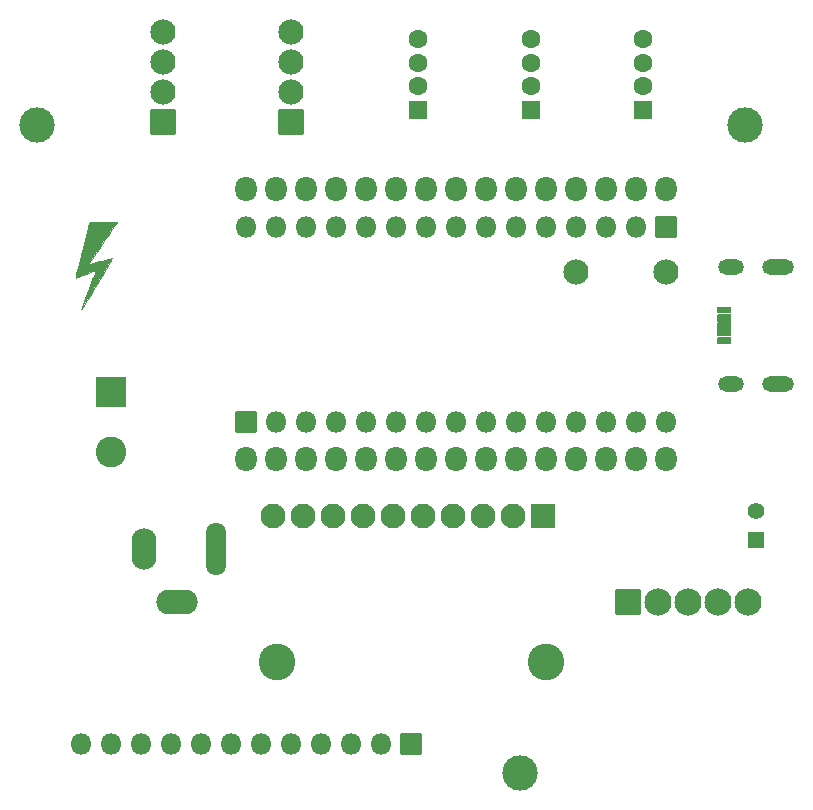
<source format=gbr>
G04 #@! TF.GenerationSoftware,KiCad,Pcbnew,(6.0.6)*
G04 #@! TF.CreationDate,2023-09-07T11:34:38+01:00*
G04 #@! TF.ProjectId,AirQualityPCB,41697251-7561-46c6-9974-795043422e6b,rev?*
G04 #@! TF.SameCoordinates,Original*
G04 #@! TF.FileFunction,Soldermask,Top*
G04 #@! TF.FilePolarity,Negative*
%FSLAX46Y46*%
G04 Gerber Fmt 4.6, Leading zero omitted, Abs format (unit mm)*
G04 Created by KiCad (PCBNEW (6.0.6)) date 2023-09-07 11:34:38*
%MOMM*%
%LPD*%
G01*
G04 APERTURE LIST*
G04 Aperture macros list*
%AMRoundRect*
0 Rectangle with rounded corners*
0 $1 Rounding radius*
0 $2 $3 $4 $5 $6 $7 $8 $9 X,Y pos of 4 corners*
0 Add a 4 corners polygon primitive as box body*
4,1,4,$2,$3,$4,$5,$6,$7,$8,$9,$2,$3,0*
0 Add four circle primitives for the rounded corners*
1,1,$1+$1,$2,$3*
1,1,$1+$1,$4,$5*
1,1,$1+$1,$6,$7*
1,1,$1+$1,$8,$9*
0 Add four rect primitives between the rounded corners*
20,1,$1+$1,$2,$3,$4,$5,0*
20,1,$1+$1,$4,$5,$6,$7,0*
20,1,$1+$1,$6,$7,$8,$9,0*
20,1,$1+$1,$8,$9,$2,$3,0*%
G04 Aperture macros list end*
%ADD10C,0.010000*%
%ADD11O,2.100980X3.503060*%
%ADD12O,1.702200X4.501280*%
%ADD13O,3.503060X2.100980*%
%ADD14RoundRect,0.051000X-1.249680X1.249680X-1.249680X-1.249680X1.249680X-1.249680X1.249680X1.249680X0*%
%ADD15C,2.601360*%
%ADD16RoundRect,0.051000X0.550000X0.225000X-0.550000X0.225000X-0.550000X-0.225000X0.550000X-0.225000X0*%
%ADD17O,2.702000X1.302000*%
%ADD18O,2.202000X1.302000*%
%ADD19C,2.134000*%
%ADD20O,1.829200X2.134000*%
%ADD21C,3.102000*%
%ADD22RoundRect,0.051000X0.999490X0.999490X-0.999490X0.999490X-0.999490X-0.999490X0.999490X-0.999490X0*%
%ADD23C,2.100980*%
%ADD24RoundRect,0.051000X0.850000X-0.850000X0.850000X0.850000X-0.850000X0.850000X-0.850000X-0.850000X0*%
%ADD25O,1.802000X1.802000*%
%ADD26RoundRect,0.051000X-0.850000X0.850000X-0.850000X-0.850000X0.850000X-0.850000X0.850000X0.850000X0*%
%ADD27RoundRect,0.051000X1.016000X-1.016000X1.016000X1.016000X-1.016000X1.016000X-1.016000X-1.016000X0*%
%ADD28RoundRect,0.051000X0.750000X-0.750000X0.750000X0.750000X-0.750000X0.750000X-0.750000X-0.750000X0*%
%ADD29C,1.602000*%
%ADD30RoundRect,0.051000X-1.050290X-1.050290X1.050290X-1.050290X1.050290X1.050290X-1.050290X1.050290X0*%
%ADD31C,2.301640*%
%ADD32RoundRect,0.051000X0.650000X-0.650000X0.650000X0.650000X-0.650000X0.650000X-0.650000X-0.650000X0*%
%ADD33C,1.402000*%
%ADD34C,3.002000*%
G04 APERTURE END LIST*
G36*
X116255696Y-78951674D02*
G01*
X116557327Y-78952708D01*
X116828369Y-78955328D01*
X117058006Y-78959298D01*
X117235422Y-78964384D01*
X117349803Y-78970349D01*
X117390333Y-78976959D01*
X117387586Y-78982600D01*
X117348779Y-79043291D01*
X117267633Y-79164638D01*
X117148659Y-79340048D01*
X116996371Y-79562927D01*
X116815280Y-79826684D01*
X116609901Y-80124726D01*
X116384744Y-80450460D01*
X116144324Y-80797293D01*
X116058752Y-80920610D01*
X115823853Y-81259551D01*
X115606144Y-81574304D01*
X115410078Y-81858394D01*
X115240105Y-82105349D01*
X115100676Y-82308694D01*
X114996241Y-82461956D01*
X114931253Y-82558660D01*
X114910162Y-82592334D01*
X114932745Y-82586681D01*
X115026417Y-82561325D01*
X115182304Y-82518437D01*
X115389148Y-82461128D01*
X115635692Y-82392512D01*
X115910678Y-82315701D01*
X116105078Y-82261827D01*
X116366170Y-82191211D01*
X116593296Y-82131819D01*
X116774596Y-82086665D01*
X116898211Y-82058760D01*
X116952280Y-82051118D01*
X116950275Y-82061321D01*
X116915346Y-82132052D01*
X116843192Y-82263655D01*
X116738313Y-82448574D01*
X116605207Y-82679248D01*
X116448375Y-82948118D01*
X116272316Y-83247626D01*
X116081529Y-83570212D01*
X115880514Y-83908317D01*
X115673770Y-84254382D01*
X115465798Y-84600848D01*
X115261096Y-84940156D01*
X115064164Y-85264746D01*
X114879502Y-85567059D01*
X114711609Y-85839538D01*
X114564985Y-86074621D01*
X114444129Y-86264750D01*
X114397912Y-86328702D01*
X114363589Y-86360000D01*
X114362731Y-86359838D01*
X114361416Y-86346671D01*
X114370897Y-86308186D01*
X114393385Y-86238428D01*
X114431089Y-86131441D01*
X114486219Y-85981273D01*
X114560986Y-85781967D01*
X114657600Y-85527570D01*
X114778271Y-85212128D01*
X114925208Y-84829684D01*
X115100623Y-84374285D01*
X115190950Y-84139345D01*
X115304481Y-83842097D01*
X115404586Y-83577748D01*
X115487823Y-83355505D01*
X115550752Y-83184574D01*
X115589929Y-83074160D01*
X115601914Y-83033469D01*
X115600872Y-83033269D01*
X115551394Y-83048926D01*
X115437390Y-83091965D01*
X115270928Y-83157634D01*
X115064077Y-83241182D01*
X114828906Y-83337855D01*
X114783325Y-83356737D01*
X114493295Y-83476350D01*
X114271499Y-83566089D01*
X114109328Y-83628587D01*
X113998170Y-83666479D01*
X113929416Y-83682400D01*
X113894455Y-83678985D01*
X113884678Y-83658867D01*
X113891473Y-83624681D01*
X113894347Y-83614319D01*
X113915632Y-83532159D01*
X113954650Y-83378624D01*
X114009390Y-83161722D01*
X114077839Y-82889461D01*
X114157987Y-82569850D01*
X114247822Y-82210897D01*
X114345332Y-81820611D01*
X114448506Y-81407000D01*
X114481401Y-81275044D01*
X114583963Y-80863855D01*
X114680779Y-80476047D01*
X114769747Y-80120017D01*
X114848766Y-79804161D01*
X114915734Y-79536877D01*
X114968549Y-79326560D01*
X115005110Y-79181608D01*
X115023315Y-79110417D01*
X115065263Y-78951667D01*
X116227798Y-78951667D01*
X116255696Y-78951674D01*
G37*
D10*
X116255696Y-78951674D02*
X116557327Y-78952708D01*
X116828369Y-78955328D01*
X117058006Y-78959298D01*
X117235422Y-78964384D01*
X117349803Y-78970349D01*
X117390333Y-78976959D01*
X117387586Y-78982600D01*
X117348779Y-79043291D01*
X117267633Y-79164638D01*
X117148659Y-79340048D01*
X116996371Y-79562927D01*
X116815280Y-79826684D01*
X116609901Y-80124726D01*
X116384744Y-80450460D01*
X116144324Y-80797293D01*
X116058752Y-80920610D01*
X115823853Y-81259551D01*
X115606144Y-81574304D01*
X115410078Y-81858394D01*
X115240105Y-82105349D01*
X115100676Y-82308694D01*
X114996241Y-82461956D01*
X114931253Y-82558660D01*
X114910162Y-82592334D01*
X114932745Y-82586681D01*
X115026417Y-82561325D01*
X115182304Y-82518437D01*
X115389148Y-82461128D01*
X115635692Y-82392512D01*
X115910678Y-82315701D01*
X116105078Y-82261827D01*
X116366170Y-82191211D01*
X116593296Y-82131819D01*
X116774596Y-82086665D01*
X116898211Y-82058760D01*
X116952280Y-82051118D01*
X116950275Y-82061321D01*
X116915346Y-82132052D01*
X116843192Y-82263655D01*
X116738313Y-82448574D01*
X116605207Y-82679248D01*
X116448375Y-82948118D01*
X116272316Y-83247626D01*
X116081529Y-83570212D01*
X115880514Y-83908317D01*
X115673770Y-84254382D01*
X115465798Y-84600848D01*
X115261096Y-84940156D01*
X115064164Y-85264746D01*
X114879502Y-85567059D01*
X114711609Y-85839538D01*
X114564985Y-86074621D01*
X114444129Y-86264750D01*
X114397912Y-86328702D01*
X114363589Y-86360000D01*
X114362731Y-86359838D01*
X114361416Y-86346671D01*
X114370897Y-86308186D01*
X114393385Y-86238428D01*
X114431089Y-86131441D01*
X114486219Y-85981273D01*
X114560986Y-85781967D01*
X114657600Y-85527570D01*
X114778271Y-85212128D01*
X114925208Y-84829684D01*
X115100623Y-84374285D01*
X115190950Y-84139345D01*
X115304481Y-83842097D01*
X115404586Y-83577748D01*
X115487823Y-83355505D01*
X115550752Y-83184574D01*
X115589929Y-83074160D01*
X115601914Y-83033469D01*
X115600872Y-83033269D01*
X115551394Y-83048926D01*
X115437390Y-83091965D01*
X115270928Y-83157634D01*
X115064077Y-83241182D01*
X114828906Y-83337855D01*
X114783325Y-83356737D01*
X114493295Y-83476350D01*
X114271499Y-83566089D01*
X114109328Y-83628587D01*
X113998170Y-83666479D01*
X113929416Y-83682400D01*
X113894455Y-83678985D01*
X113884678Y-83658867D01*
X113891473Y-83624681D01*
X113894347Y-83614319D01*
X113915632Y-83532159D01*
X113954650Y-83378624D01*
X114009390Y-83161722D01*
X114077839Y-82889461D01*
X114157987Y-82569850D01*
X114247822Y-82210897D01*
X114345332Y-81820611D01*
X114448506Y-81407000D01*
X114481401Y-81275044D01*
X114583963Y-80863855D01*
X114680779Y-80476047D01*
X114769747Y-80120017D01*
X114848766Y-79804161D01*
X114915734Y-79536877D01*
X114968549Y-79326560D01*
X115005110Y-79181608D01*
X115023315Y-79110417D01*
X115065263Y-78951667D01*
X116227798Y-78951667D01*
X116255696Y-78951674D01*
G36*
X116255696Y-78951674D02*
G01*
X116557327Y-78952708D01*
X116828369Y-78955328D01*
X117058006Y-78959298D01*
X117235422Y-78964384D01*
X117349803Y-78970349D01*
X117390333Y-78976959D01*
X117387586Y-78982600D01*
X117348779Y-79043291D01*
X117267633Y-79164638D01*
X117148659Y-79340048D01*
X116996371Y-79562927D01*
X116815280Y-79826684D01*
X116609901Y-80124726D01*
X116384744Y-80450460D01*
X116144324Y-80797293D01*
X116058752Y-80920610D01*
X115823853Y-81259551D01*
X115606144Y-81574304D01*
X115410078Y-81858394D01*
X115240105Y-82105349D01*
X115100676Y-82308694D01*
X114996241Y-82461956D01*
X114931253Y-82558660D01*
X114910162Y-82592334D01*
X114932745Y-82586681D01*
X115026417Y-82561325D01*
X115182304Y-82518437D01*
X115389148Y-82461128D01*
X115635692Y-82392512D01*
X115910678Y-82315701D01*
X116105078Y-82261827D01*
X116366170Y-82191211D01*
X116593296Y-82131819D01*
X116774596Y-82086665D01*
X116898211Y-82058760D01*
X116952280Y-82051118D01*
X116950275Y-82061321D01*
X116915346Y-82132052D01*
X116843192Y-82263655D01*
X116738313Y-82448574D01*
X116605207Y-82679248D01*
X116448375Y-82948118D01*
X116272316Y-83247626D01*
X116081529Y-83570212D01*
X115880514Y-83908317D01*
X115673770Y-84254382D01*
X115465798Y-84600848D01*
X115261096Y-84940156D01*
X115064164Y-85264746D01*
X114879502Y-85567059D01*
X114711609Y-85839538D01*
X114564985Y-86074621D01*
X114444129Y-86264750D01*
X114397912Y-86328702D01*
X114363589Y-86360000D01*
X114362731Y-86359838D01*
X114361416Y-86346671D01*
X114370897Y-86308186D01*
X114393385Y-86238428D01*
X114431089Y-86131441D01*
X114486219Y-85981273D01*
X114560986Y-85781967D01*
X114657600Y-85527570D01*
X114778271Y-85212128D01*
X114925208Y-84829684D01*
X115100623Y-84374285D01*
X115190950Y-84139345D01*
X115304481Y-83842097D01*
X115404586Y-83577748D01*
X115487823Y-83355505D01*
X115550752Y-83184574D01*
X115589929Y-83074160D01*
X115601914Y-83033469D01*
X115600872Y-83033269D01*
X115551394Y-83048926D01*
X115437390Y-83091965D01*
X115270928Y-83157634D01*
X115064077Y-83241182D01*
X114828906Y-83337855D01*
X114783325Y-83356737D01*
X114493295Y-83476350D01*
X114271499Y-83566089D01*
X114109328Y-83628587D01*
X113998170Y-83666479D01*
X113929416Y-83682400D01*
X113894455Y-83678985D01*
X113884678Y-83658867D01*
X113891473Y-83624681D01*
X113894347Y-83614319D01*
X113915632Y-83532159D01*
X113954650Y-83378624D01*
X114009390Y-83161722D01*
X114077839Y-82889461D01*
X114157987Y-82569850D01*
X114247822Y-82210897D01*
X114345332Y-81820611D01*
X114448506Y-81407000D01*
X114481401Y-81275044D01*
X114583963Y-80863855D01*
X114680779Y-80476047D01*
X114769747Y-80120017D01*
X114848766Y-79804161D01*
X114915734Y-79536877D01*
X114968549Y-79326560D01*
X115005110Y-79181608D01*
X115023315Y-79110417D01*
X115065263Y-78951667D01*
X116227798Y-78951667D01*
X116255696Y-78951674D01*
G37*
X116255696Y-78951674D02*
X116557327Y-78952708D01*
X116828369Y-78955328D01*
X117058006Y-78959298D01*
X117235422Y-78964384D01*
X117349803Y-78970349D01*
X117390333Y-78976959D01*
X117387586Y-78982600D01*
X117348779Y-79043291D01*
X117267633Y-79164638D01*
X117148659Y-79340048D01*
X116996371Y-79562927D01*
X116815280Y-79826684D01*
X116609901Y-80124726D01*
X116384744Y-80450460D01*
X116144324Y-80797293D01*
X116058752Y-80920610D01*
X115823853Y-81259551D01*
X115606144Y-81574304D01*
X115410078Y-81858394D01*
X115240105Y-82105349D01*
X115100676Y-82308694D01*
X114996241Y-82461956D01*
X114931253Y-82558660D01*
X114910162Y-82592334D01*
X114932745Y-82586681D01*
X115026417Y-82561325D01*
X115182304Y-82518437D01*
X115389148Y-82461128D01*
X115635692Y-82392512D01*
X115910678Y-82315701D01*
X116105078Y-82261827D01*
X116366170Y-82191211D01*
X116593296Y-82131819D01*
X116774596Y-82086665D01*
X116898211Y-82058760D01*
X116952280Y-82051118D01*
X116950275Y-82061321D01*
X116915346Y-82132052D01*
X116843192Y-82263655D01*
X116738313Y-82448574D01*
X116605207Y-82679248D01*
X116448375Y-82948118D01*
X116272316Y-83247626D01*
X116081529Y-83570212D01*
X115880514Y-83908317D01*
X115673770Y-84254382D01*
X115465798Y-84600848D01*
X115261096Y-84940156D01*
X115064164Y-85264746D01*
X114879502Y-85567059D01*
X114711609Y-85839538D01*
X114564985Y-86074621D01*
X114444129Y-86264750D01*
X114397912Y-86328702D01*
X114363589Y-86360000D01*
X114362731Y-86359838D01*
X114361416Y-86346671D01*
X114370897Y-86308186D01*
X114393385Y-86238428D01*
X114431089Y-86131441D01*
X114486219Y-85981273D01*
X114560986Y-85781967D01*
X114657600Y-85527570D01*
X114778271Y-85212128D01*
X114925208Y-84829684D01*
X115100623Y-84374285D01*
X115190950Y-84139345D01*
X115304481Y-83842097D01*
X115404586Y-83577748D01*
X115487823Y-83355505D01*
X115550752Y-83184574D01*
X115589929Y-83074160D01*
X115601914Y-83033469D01*
X115600872Y-83033269D01*
X115551394Y-83048926D01*
X115437390Y-83091965D01*
X115270928Y-83157634D01*
X115064077Y-83241182D01*
X114828906Y-83337855D01*
X114783325Y-83356737D01*
X114493295Y-83476350D01*
X114271499Y-83566089D01*
X114109328Y-83628587D01*
X113998170Y-83666479D01*
X113929416Y-83682400D01*
X113894455Y-83678985D01*
X113884678Y-83658867D01*
X113891473Y-83624681D01*
X113894347Y-83614319D01*
X113915632Y-83532159D01*
X113954650Y-83378624D01*
X114009390Y-83161722D01*
X114077839Y-82889461D01*
X114157987Y-82569850D01*
X114247822Y-82210897D01*
X114345332Y-81820611D01*
X114448506Y-81407000D01*
X114481401Y-81275044D01*
X114583963Y-80863855D01*
X114680779Y-80476047D01*
X114769747Y-80120017D01*
X114848766Y-79804161D01*
X114915734Y-79536877D01*
X114968549Y-79326560D01*
X115005110Y-79181608D01*
X115023315Y-79110417D01*
X115065263Y-78951667D01*
X116227798Y-78951667D01*
X116255696Y-78951674D01*
D11*
X119634000Y-106680000D03*
D12*
X125730000Y-106680000D03*
D13*
X122428000Y-111125000D03*
D14*
X116840000Y-93345000D03*
D15*
X116840000Y-98425000D03*
D16*
X168805000Y-89060000D03*
X168805000Y-88410000D03*
X168805000Y-87760000D03*
X168805000Y-87110000D03*
X168805000Y-86460000D03*
D17*
X173355000Y-92710000D03*
D18*
X169355000Y-92710000D03*
D17*
X173355000Y-82810000D03*
D18*
X169355000Y-82810000D03*
D19*
X163830000Y-83185000D03*
X156210000Y-83185000D03*
D20*
X128270000Y-99060000D03*
X130810000Y-99060000D03*
X133350000Y-99060000D03*
X135890000Y-99060000D03*
X138430000Y-99060000D03*
X140970000Y-99060000D03*
X143510000Y-99060000D03*
X146050000Y-99060000D03*
X148590000Y-99060000D03*
X151130000Y-99060000D03*
X153670000Y-99060000D03*
X156210000Y-99060000D03*
X158750000Y-99060000D03*
X161290000Y-99060000D03*
X163830000Y-99060000D03*
X163830000Y-76200000D03*
X161290000Y-76200000D03*
X158750000Y-76200000D03*
X156210000Y-76200000D03*
X153670000Y-76200000D03*
X151130000Y-76200000D03*
X148590000Y-76200000D03*
X146050000Y-76200000D03*
X143510000Y-76200000D03*
X140970000Y-76200000D03*
X138430000Y-76200000D03*
X135890000Y-76200000D03*
X133350000Y-76200000D03*
X130810000Y-76200000D03*
X128270000Y-76200000D03*
D21*
X130910002Y-116205000D03*
X153670000Y-116205000D03*
D22*
X153485006Y-103894999D03*
D23*
X150945006Y-103894999D03*
X148405006Y-103894999D03*
X145865006Y-103894999D03*
X143325006Y-103894999D03*
X140785006Y-103894999D03*
X138245006Y-103894999D03*
X135705006Y-103894999D03*
X133165006Y-103894999D03*
X130625006Y-103894999D03*
D24*
X128270000Y-95885000D03*
D25*
X130810000Y-95885000D03*
X133350000Y-95885000D03*
X135890000Y-95885000D03*
X138430000Y-95885000D03*
X140970000Y-95885000D03*
X143510000Y-95885000D03*
X146050000Y-95885000D03*
X148590000Y-95885000D03*
X151130000Y-95885000D03*
X153670000Y-95885000D03*
X156210000Y-95885000D03*
X158750000Y-95885000D03*
X161290000Y-95885000D03*
X163830000Y-95885000D03*
D26*
X163830000Y-79375000D03*
D25*
X161290000Y-79375000D03*
X158750000Y-79375000D03*
X156210000Y-79375000D03*
X153670000Y-79375000D03*
X151130000Y-79375000D03*
X148590000Y-79375000D03*
X146050000Y-79375000D03*
X143510000Y-79375000D03*
X140970000Y-79375000D03*
X138430000Y-79375000D03*
X135890000Y-79375000D03*
X133350000Y-79375000D03*
X130810000Y-79375000D03*
X128270000Y-79375000D03*
D27*
X121285000Y-70485000D03*
D19*
X121285000Y-67945000D03*
X121285000Y-65405000D03*
X121285000Y-62865000D03*
D28*
X142875000Y-69500000D03*
D29*
X142875000Y-67500000D03*
X142875000Y-65500000D03*
X142875000Y-63500000D03*
D28*
X152400000Y-69500000D03*
D29*
X152400000Y-67500000D03*
X152400000Y-65500000D03*
X152400000Y-63500000D03*
D28*
X161925000Y-69500000D03*
D29*
X161925000Y-67500000D03*
X161925000Y-65500000D03*
X161925000Y-63500000D03*
D27*
X132080000Y-70485000D03*
D19*
X132080000Y-67945000D03*
X132080000Y-65405000D03*
X132080000Y-62865000D03*
D30*
X160655000Y-111125000D03*
D31*
X163195000Y-111125000D03*
X165735000Y-111125000D03*
X168275000Y-111125000D03*
X170815000Y-111125000D03*
D32*
X171450000Y-105918000D03*
D33*
X171450000Y-103418000D03*
D34*
X110624770Y-70723050D03*
X170524763Y-70723050D03*
X151524763Y-125623051D03*
D26*
X142240000Y-123190000D03*
D25*
X139700000Y-123190000D03*
X137160000Y-123190000D03*
X134620000Y-123190000D03*
X132080000Y-123190000D03*
X129540000Y-123190000D03*
X127000000Y-123190000D03*
X124460000Y-123190000D03*
X121920000Y-123190000D03*
X119380000Y-123190000D03*
X116840000Y-123190000D03*
X114300000Y-123190000D03*
G36*
X168221075Y-88670084D02*
G01*
X168236263Y-88680233D01*
X168255199Y-88684000D01*
X169354801Y-88684000D01*
X169373738Y-88680233D01*
X169388773Y-88670186D01*
X169390768Y-88670055D01*
X169391880Y-88671718D01*
X169391793Y-88672447D01*
X169372898Y-88732788D01*
X169391955Y-88797690D01*
X169391483Y-88799633D01*
X169389564Y-88800197D01*
X169388925Y-88799916D01*
X169373737Y-88789767D01*
X169354801Y-88786000D01*
X168255199Y-88786000D01*
X168236262Y-88789767D01*
X168221227Y-88799814D01*
X168219232Y-88799945D01*
X168218120Y-88798282D01*
X168218207Y-88797553D01*
X168237102Y-88737212D01*
X168218045Y-88672310D01*
X168218517Y-88670367D01*
X168220436Y-88669803D01*
X168221075Y-88670084D01*
G37*
G36*
X168221075Y-88020084D02*
G01*
X168236263Y-88030233D01*
X168255199Y-88034000D01*
X169354801Y-88034000D01*
X169373738Y-88030233D01*
X169388773Y-88020186D01*
X169390768Y-88020055D01*
X169391880Y-88021718D01*
X169391793Y-88022447D01*
X169372898Y-88082788D01*
X169391955Y-88147690D01*
X169391483Y-88149633D01*
X169389564Y-88150197D01*
X169388925Y-88149916D01*
X169373737Y-88139767D01*
X169354801Y-88136000D01*
X168255199Y-88136000D01*
X168236262Y-88139767D01*
X168221227Y-88149814D01*
X168219232Y-88149945D01*
X168218120Y-88148282D01*
X168218207Y-88147553D01*
X168237102Y-88087212D01*
X168218045Y-88022310D01*
X168218517Y-88020367D01*
X168220436Y-88019803D01*
X168221075Y-88020084D01*
G37*
G36*
X168221075Y-87370084D02*
G01*
X168236263Y-87380233D01*
X168255199Y-87384000D01*
X169354801Y-87384000D01*
X169373738Y-87380233D01*
X169388773Y-87370186D01*
X169390768Y-87370055D01*
X169391880Y-87371718D01*
X169391793Y-87372447D01*
X169372898Y-87432788D01*
X169391955Y-87497690D01*
X169391483Y-87499633D01*
X169389564Y-87500197D01*
X169388925Y-87499916D01*
X169373737Y-87489767D01*
X169354801Y-87486000D01*
X168255199Y-87486000D01*
X168236262Y-87489767D01*
X168221227Y-87499814D01*
X168219232Y-87499945D01*
X168218120Y-87498282D01*
X168218207Y-87497553D01*
X168237102Y-87437212D01*
X168218045Y-87372310D01*
X168218517Y-87370367D01*
X168220436Y-87369803D01*
X168221075Y-87370084D01*
G37*
G36*
X168221075Y-86720084D02*
G01*
X168236263Y-86730233D01*
X168255199Y-86734000D01*
X169354801Y-86734000D01*
X169373738Y-86730233D01*
X169388773Y-86720186D01*
X169390768Y-86720055D01*
X169391880Y-86721718D01*
X169391793Y-86722447D01*
X169372898Y-86782788D01*
X169391955Y-86847690D01*
X169391483Y-86849633D01*
X169389564Y-86850197D01*
X169388925Y-86849916D01*
X169373737Y-86839767D01*
X169354801Y-86836000D01*
X168255199Y-86836000D01*
X168236262Y-86839767D01*
X168221227Y-86849814D01*
X168219232Y-86849945D01*
X168218120Y-86848282D01*
X168218207Y-86847553D01*
X168237102Y-86787212D01*
X168218045Y-86722310D01*
X168218517Y-86720367D01*
X168220436Y-86719803D01*
X168221075Y-86720084D01*
G37*
M02*

</source>
